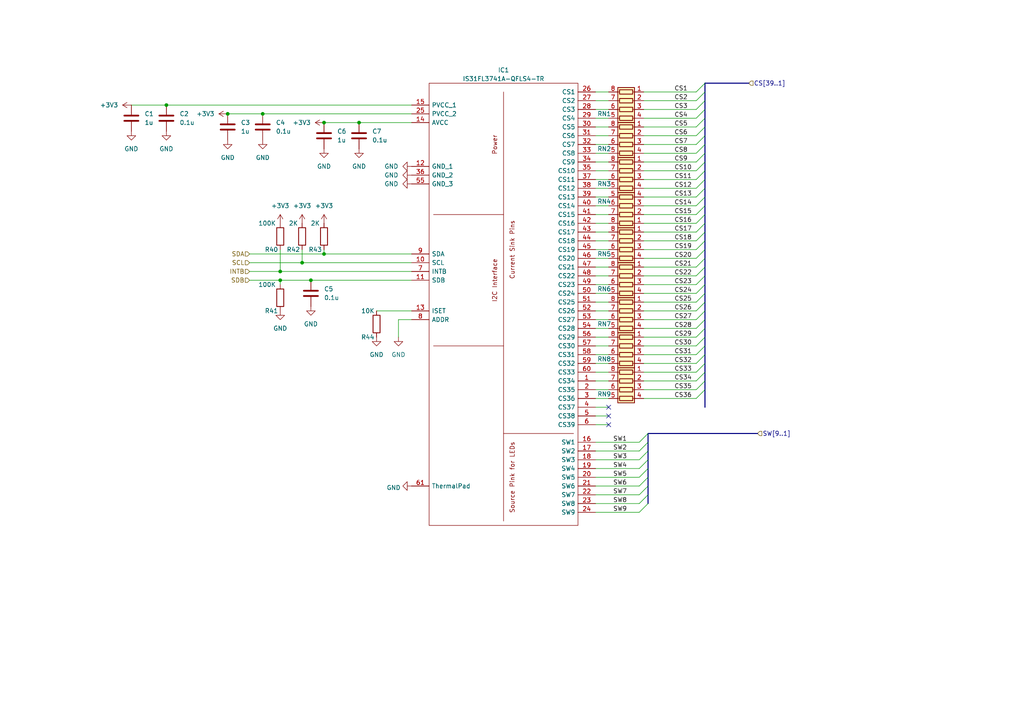
<source format=kicad_sch>
(kicad_sch (version 20211123) (generator eeschema)
  (paper "A4")
  (title_block (title "PMod RGB & Segment Display") (rev "v0.1") (company "James Horton") (comment 1 "interface, all LED's are designed to be indivdually addressable ") (comment 2 "This design is a 4 Digit Seven Segment Display made from RGB LED's, controlled using I2C") (comment 4 "Licensed Under CERN Open Hardware Licence Version 2 - Permissive"))
  (lib_symbols
    (symbol "Device:C" (pin_numbers hide) (pin_names (offset 0.254))
      (property "Reference" "C" (at 0.635 2.54 0))
      (property "Value" "C" (at 0.635 -2.54 0))
      (symbol "C_0_1"
        (polyline (pts (xy -2.032 -0.762) (xy 2.032 -0.762)) (stroke (width 0.508)))
        (polyline (pts (xy -2.032 0.762) (xy 2.032 0.762)) (stroke (width 0.508)))
      )
      (symbol "C_1_1"
        (pin passive line (at 0 3.81 270) (length 2.794) (name "~") (number "1"))
        (pin passive line (at 0 -3.81 90) (length 2.794) (name "~") (number "2"))
      )
    )
    (symbol "Device:R" (pin_numbers hide) (pin_names (offset 0))
      (property "Reference" "R" (at 2.032 0 90))
      (property "Value" "R" (at 0 0 90))
      (symbol "R_0_1"
        (rectangle (start -1.016 -2.54) (end 1.016 2.54) (stroke (width 0.254)))
      )
      (symbol "R_1_1"
        (pin passive line (at 0 3.81 270) (length 1.27) (name "~") (number "1"))
        (pin passive line (at 0 -3.81 90) (length 1.27) (name "~") (number "2"))
      )
    )
    (symbol "Device:R_Pack04" (pin_names (offset 0) hide)
      (property "Reference" "RN" (at -7.62 0 90))
      (property "Value" "R_Pack04" (at 5.08 0 90))
      (symbol "R_Pack04_0_1"
        (rectangle (start -6.35 -2.413) (end 3.81 2.413) (stroke (width 0.254)) (fill (type background)))
        (rectangle (start -5.715 1.905) (end -4.445 -1.905) (stroke (width 0.254)))
        (rectangle (start -3.175 1.905) (end -1.905 -1.905) (stroke (width 0.254)))
        (rectangle (start -0.635 1.905) (end 0.635 -1.905) (stroke (width 0.254)))
        (polyline (pts (xy -5.08 -2.54) (xy -5.08 -1.905)))
        (polyline (pts (xy -5.08 1.905) (xy -5.08 2.54)))
        (polyline (pts (xy -2.54 -2.54) (xy -2.54 -1.905)))
        (polyline (pts (xy -2.54 1.905) (xy -2.54 2.54)))
        (polyline (pts (xy 0 -2.54) (xy 0 -1.905)))
        (polyline (pts (xy 0 1.905) (xy 0 2.54)))
        (polyline (pts (xy 2.54 -2.54) (xy 2.54 -1.905)))
        (polyline (pts (xy 2.54 1.905) (xy 2.54 2.54)))
        (rectangle (start 1.905 1.905) (end 3.175 -1.905) (stroke (width 0.254)))
      )
      (symbol "R_Pack04_1_1"
        (pin passive line (at -5.08 -5.08 90) (length 2.54) (name "R1.1") (number "1"))
        (pin passive line (at -2.54 -5.08 90) (length 2.54) (name "R2.1") (number "2"))
        (pin passive line (at 0 -5.08 90) (length 2.54) (name "R3.1") (number "3"))
        (pin passive line (at 2.54 -5.08 90) (length 2.54) (name "R4.1") (number "4"))
        (pin passive line (at 2.54 5.08 270) (length 2.54) (name "R4.2") (number "5"))
        (pin passive line (at 0 5.08 270) (length 2.54) (name "R3.2") (number "6"))
        (pin passive line (at -2.54 5.08 270) (length 2.54) (name "R2.2") (number "7"))
        (pin passive line (at -5.08 5.08 270) (length 2.54) (name "R1.2") (number "8"))
      )
    )
    (symbol "jjh:IS31FL3741A-QFLS4-TR" (pin_names (offset 0.762))
      (property "Reference" "IC" (at 0 86.36 0))
      (property "Value" "IS31FL3741A-QFLS4-TR" (at 0 83.82 0))
      (symbol "IS31FL3741A-QFLS4-TR_0_0"
        (polyline (pts (xy -17.78 20.32) (xy 2.54 20.32)) (stroke (width 0.1524)))
        (polyline (pts (xy 2.54 -43.18) (xy 22.86 -43.18)) (stroke (width 0.1524)))
        (polyline (pts (xy 2.54 -17.78) (xy -17.78 -17.78)) (stroke (width 0.1524)))
        (polyline (pts (xy 2.54 55.88) (xy 2.54 -68.58)) (stroke (width 0.1524)))
        (text "Current Sink Pins" (at 5.08 10.16 900) (effects (font (size 1.27 1.27))))
        (text "I2C Interface" (at 0 1.27 900) (effects (font (size 1.27 1.27))))
        (text "Power" (at 0 40.64 900) (effects (font (size 1.27 1.27))))
        (text "Source Pink for LEDs" (at 5.08 -55.88 900) (effects (font (size 1.27 1.27))))
        (pin passive line (at 29.21 -27.94 180) (length 5.08) (name "CS34") (number "1"))
        (pin passive line (at -24.13 6.35 0) (length 5.08) (name "SCL") (number "10"))
        (pin passive line (at -24.13 1.27 0) (length 5.08) (name "SDB") (number "11"))
        (pin passive line (at -24.13 34.29 0) (length 5.08) (name "GND_1") (number "12"))
        (pin passive line (at -24.13 -7.62 0) (length 5.08) (name "ISET") (number "13"))
        (pin passive line (at -24.13 46.99 0) (length 5.08) (name "AVCC") (number "14"))
        (pin passive line (at -24.13 52.07 0) (length 5.08) (name "PVCC_1") (number "15"))
        (pin passive line (at 29.21 -45.72 180) (length 5.08) (name "SW1") (number "16"))
        (pin passive line (at 29.21 -48.26 180) (length 5.08) (name "SW2") (number "17"))
        (pin passive line (at 29.21 -50.8 180) (length 5.08) (name "SW3") (number "18"))
        (pin passive line (at 29.21 -53.34 180) (length 5.08) (name "SW4") (number "19"))
        (pin passive line (at 29.21 -30.48 180) (length 5.08) (name "CS35") (number "2"))
        (pin passive line (at 29.21 -55.88 180) (length 5.08) (name "SW5") (number "20"))
        (pin passive line (at 29.21 -58.42 180) (length 5.08) (name "SW6") (number "21"))
        (pin passive line (at 29.21 -60.96 180) (length 5.08) (name "SW7") (number "22"))
        (pin passive line (at 29.21 -63.5 180) (length 5.08) (name "SW8") (number "23"))
        (pin passive line (at 29.21 -66.04 180) (length 5.08) (name "SW9") (number "24"))
        (pin passive line (at -24.13 49.53 0) (length 5.08) (name "PVCC_2") (number "25"))
        (pin passive line (at 29.21 55.88 180) (length 5.08) (name "CS1") (number "26"))
        (pin passive line (at 29.21 53.34 180) (length 5.08) (name "CS2") (number "27"))
        (pin passive line (at 29.21 50.8 180) (length 5.08) (name "CS3") (number "28"))
        (pin passive line (at 29.21 48.26 180) (length 5.08) (name "CS4") (number "29"))
        (pin passive line (at 29.21 -33.02 180) (length 5.08) (name "CS36") (number "3"))
        (pin passive line (at 29.21 45.72 180) (length 5.08) (name "CS5") (number "30"))
        (pin passive line (at 29.21 43.18 180) (length 5.08) (name "CS6") (number "31"))
        (pin passive line (at 29.21 40.64 180) (length 5.08) (name "CS7") (number "32"))
        (pin passive line (at 29.21 38.1 180) (length 5.08) (name "CS8") (number "33"))
        (pin passive line (at 29.21 35.56 180) (length 5.08) (name "CS9") (number "34"))
        (pin passive line (at 29.21 33.02 180) (length 5.08) (name "CS10") (number "35"))
        (pin passive line (at -24.13 31.75 0) (length 5.08) (name "GND_2") (number "36"))
        (pin passive line (at 29.21 30.48 180) (length 5.08) (name "CS11") (number "37"))
        (pin passive line (at 29.21 27.94 180) (length 5.08) (name "CS12") (number "38"))
        (pin passive line (at 29.21 25.4 180) (length 5.08) (name "CS13") (number "39"))
        (pin passive line (at 29.21 -35.56 180) (length 5.08) (name "CS37") (number "4"))
        (pin passive line (at 29.21 22.86 180) (length 5.08) (name "CS14") (number "40"))
        (pin passive line (at 29.21 20.32 180) (length 5.08) (name "CS15") (number "41"))
        (pin passive line (at 29.21 17.78 180) (length 5.08) (name "CS16") (number "42"))
        (pin passive line (at 29.21 15.24 180) (length 5.08) (name "CS17") (number "43"))
        (pin passive line (at 29.21 12.7 180) (length 5.08) (name "CS18") (number "44"))
        (pin passive line (at 29.21 10.16 180) (length 5.08) (name "CS19") (number "45"))
        (pin passive line (at 29.21 7.62 180) (length 5.08) (name "CS20") (number "46"))
        (pin passive line (at 29.21 5.08 180) (length 5.08) (name "CS21") (number "47"))
        (pin passive line (at 29.21 2.54 180) (length 5.08) (name "CS22") (number "48"))
        (pin passive line (at 29.21 0 180) (length 5.08) (name "CS23") (number "49"))
        (pin passive line (at 29.21 -38.1 180) (length 5.08) (name "CS38") (number "5"))
        (pin passive line (at 29.21 -2.54 180) (length 5.08) (name "CS24") (number "50"))
        (pin passive line (at 29.21 -5.08 180) (length 5.08) (name "CS25") (number "51"))
        (pin passive line (at 29.21 -7.62 180) (length 5.08) (name "CS26") (number "52"))
        (pin passive line (at 29.21 -10.16 180) (length 5.08) (name "CS27") (number "53"))
        (pin passive line (at 29.21 -12.7 180) (length 5.08) (name "CS28") (number "54"))
        (pin passive line (at -24.13 29.21 0) (length 5.08) (name "GND_3") (number "55"))
        (pin passive line (at 29.21 -15.24 180) (length 5.08) (name "CS29") (number "56"))
        (pin passive line (at 29.21 -17.78 180) (length 5.08) (name "CS30") (number "57"))
        (pin passive line (at 29.21 -20.32 180) (length 5.08) (name "CS31") (number "58"))
        (pin passive line (at 29.21 -22.86 180) (length 5.08) (name "CS32") (number "59"))
        (pin passive line (at 29.21 -40.64 180) (length 5.08) (name "CS39") (number "6"))
        (pin passive line (at 29.21 -25.4 180) (length 5.08) (name "CS33") (number "60"))
        (pin passive line (at -24.13 -58.42 0) (length 5.08) (name "ThermalPad") (number "61"))
        (pin passive line (at -24.13 3.81 0) (length 5.08) (name "INTB") (number "7"))
        (pin passive line (at -24.13 -10.16 0) (length 5.08) (name "ADDR") (number "8"))
        (pin passive line (at -24.13 8.89 0) (length 5.08) (name "SDA") (number "9"))
      )
      (symbol "IS31FL3741A-QFLS4-TR_0_1"
        (polyline (pts (xy -19.05 58.42) (xy 24.13 58.42) (xy 24.13 -69.85) (xy -19.05 -69.85) (xy -19.05 58.42)) (stroke (width 0.1524)))
      )
    )
    (symbol "power:+3V3" (power) (pin_names (offset 0))
      (property "Value" "+3V3" (at 0 3.556 0))
      (symbol "+3V3_0_1"
        (polyline (pts (xy -0.762 1.27) (xy 0 2.54)))
        (polyline (pts (xy 0 0) (xy 0 2.54)))
        (polyline (pts (xy 0 2.54) (xy 0.762 1.27)))
      )
      (symbol "+3V3_1_1"
        (pin power_in line (at 0 0 90) (length 0) hide (name "+3V3") (number "1"))
      )
    )
    (symbol "power:GND" (power) (pin_names (offset 0))
      (property "Value" "GND" (at 0 -3.81 0))
      (symbol "GND_0_1"
        (polyline (pts (xy 0 0) (xy 0 -1.27) (xy 1.27 -1.27) (xy 0 -2.54) (xy -1.27 -1.27) (xy 0 -1.27)))
      )
      (symbol "GND_1_1"
        (pin power_in line (at 0 0 270) (length 0) hide (name "GND") (number "1"))
      )
    )
  )
  (junction (at 48.26 30.48))
  (junction (at 87.63 76.2))
  (junction (at 81.28 81.28))
  (junction (at 93.98 35.56))
  (junction (at 66.04 33.02))
  (junction (at 104.14 35.56))
  (junction (at 76.2 33.02))
  (junction (at 90.17 81.28))
  (junction (at 81.28 78.74))
  (junction (at 93.98 73.66))
  (no_connect (at 176.53 123.19))
  (no_connect (at 176.53 118.11))
  (no_connect (at 176.53 120.65))
  (bus_entry (at 201.93 100.33) (size 2.54 -2.54))
  (bus_entry (at 201.93 59.69) (size 2.54 -2.54))
  (bus_entry (at 201.93 92.71) (size 2.54 -2.54))
  (bus_entry (at 201.93 49.53) (size 2.54 -2.54))
  (bus_entry (at 201.93 36.83) (size 2.54 -2.54))
  (bus_entry (at 201.93 107.95) (size 2.54 -2.54))
  (bus_entry (at 201.93 77.47) (size 2.54 -2.54))
  (bus_entry (at 201.93 31.75) (size 2.54 -2.54))
  (bus_entry (at 201.93 105.41) (size 2.54 -2.54))
  (bus_entry (at 201.93 80.01) (size 2.54 -2.54))
  (bus_entry (at 201.93 67.31) (size 2.54 -2.54))
  (bus_entry (at 201.93 57.15) (size 2.54 -2.54))
  (bus_entry (at 185.42 143.51) (size 2.54 -2.54))
  (bus_entry (at 185.42 146.05) (size 2.54 -2.54))
  (bus_entry (at 185.42 148.59) (size 2.54 -2.54))
  (bus_entry (at 185.42 138.43) (size 2.54 -2.54))
  (bus_entry (at 185.42 140.97) (size 2.54 -2.54))
  (bus_entry (at 185.42 130.81) (size 2.54 -2.54))
  (bus_entry (at 185.42 128.27) (size 2.54 -2.54))
  (bus_entry (at 185.42 135.89) (size 2.54 -2.54))
  (bus_entry (at 185.42 133.35) (size 2.54 -2.54))
  (bus_entry (at 201.93 74.93) (size 2.54 -2.54))
  (bus_entry (at 201.93 90.17) (size 2.54 -2.54))
  (bus_entry (at 201.93 102.87) (size 2.54 -2.54))
  (bus_entry (at 201.93 110.49) (size 2.54 -2.54))
  (bus_entry (at 201.93 69.85) (size 2.54 -2.54))
  (bus_entry (at 201.93 97.79) (size 2.54 -2.54))
  (bus_entry (at 201.93 39.37) (size 2.54 -2.54))
  (bus_entry (at 201.93 29.21) (size 2.54 -2.54))
  (bus_entry (at 201.93 113.03) (size 2.54 -2.54))
  (bus_entry (at 201.93 46.99) (size 2.54 -2.54))
  (bus_entry (at 201.93 41.91) (size 2.54 -2.54))
  (bus_entry (at 201.93 72.39) (size 2.54 -2.54))
  (bus_entry (at 201.93 34.29) (size 2.54 -2.54))
  (bus_entry (at 201.93 82.55) (size 2.54 -2.54))
  (bus_entry (at 201.93 54.61) (size 2.54 -2.54))
  (bus_entry (at 201.93 85.09) (size 2.54 -2.54))
  (bus_entry (at 204.47 24.13) (size -2.54 2.54))
  (bus_entry (at 201.93 44.45) (size 2.54 -2.54))
  (bus_entry (at 201.93 95.25) (size 2.54 -2.54))
  (bus_entry (at 201.93 87.63) (size 2.54 -2.54))
  (bus_entry (at 201.93 115.57) (size 2.54 -2.54))
  (bus_entry (at 201.93 64.77) (size 2.54 -2.54))
  (bus_entry (at 201.93 52.07) (size 2.54 -2.54))
  (bus_entry (at 201.93 62.23) (size 2.54 -2.54))
  (bus (pts (xy 204.47 67.31) (xy 204.47 64.77)))
  (wire (pts (xy 172.72 85.09) (xy 176.53 85.09)))
  (wire (pts (xy 186.69 107.95) (xy 201.93 107.95)))
  (bus (pts (xy 187.96 140.97) (xy 187.96 138.43)))
  (bus (pts (xy 204.47 95.25) (xy 204.47 92.71)))
  (wire (pts (xy 93.98 72.39) (xy 93.98 73.66)))
  (wire (pts (xy 81.28 81.28) (xy 90.17 81.28)))
  (bus (pts (xy 204.47 107.95) (xy 204.47 105.41)))
  (wire (pts (xy 93.98 35.56) (xy 104.14 35.56)))
  (wire (pts (xy 186.69 39.37) (xy 201.93 39.37)))
  (bus (pts (xy 187.96 125.73) (xy 219.71 125.73)))
  (bus (pts (xy 204.47 29.21) (xy 204.47 26.67)))
  (bus (pts (xy 204.47 90.17) (xy 204.47 87.63)))
  (bus (pts (xy 204.47 85.09) (xy 204.47 82.55)))
  (wire (pts (xy 172.72 59.69) (xy 176.53 59.69)))
  (wire (pts (xy 104.14 35.56) (xy 119.38 35.56)))
  (wire (pts (xy 172.72 36.83) (xy 176.53 36.83)))
  (wire (pts (xy 115.57 92.71) (xy 115.57 97.79)))
  (bus (pts (xy 204.47 39.37) (xy 204.47 36.83)))
  (wire (pts (xy 172.72 54.61) (xy 176.53 54.61)))
  (wire (pts (xy 172.72 100.33) (xy 176.53 100.33)))
  (wire (pts (xy 109.22 90.17) (xy 119.38 90.17)))
  (bus (pts (xy 187.96 130.81) (xy 187.96 128.27)))
  (wire (pts (xy 186.69 110.49) (xy 201.93 110.49)))
  (bus (pts (xy 204.47 72.39) (xy 204.47 69.85)))
  (wire (pts (xy 172.72 34.29) (xy 176.53 34.29)))
  (bus (pts (xy 204.47 74.93) (xy 204.47 72.39)))
  (wire (pts (xy 172.72 82.55) (xy 176.53 82.55)))
  (wire (pts (xy 186.69 44.45) (xy 201.93 44.45)))
  (wire (pts (xy 93.98 73.66) (xy 119.38 73.66)))
  (bus (pts (xy 204.47 97.79) (xy 204.47 100.33)))
  (bus (pts (xy 204.47 102.87) (xy 204.47 100.33)))
  (wire (pts (xy 186.69 82.55) (xy 201.93 82.55)))
  (bus (pts (xy 187.96 133.35) (xy 187.96 130.81)))
  (wire (pts (xy 186.69 90.17) (xy 201.93 90.17)))
  (wire (pts (xy 186.69 105.41) (xy 201.93 105.41)))
  (bus (pts (xy 204.47 46.99) (xy 204.47 44.45)))
  (wire (pts (xy 172.72 69.85) (xy 176.53 69.85)))
  (wire (pts (xy 186.69 64.77) (xy 201.93 64.77)))
  (wire (pts (xy 172.72 120.65) (xy 176.53 120.65)))
  (wire (pts (xy 172.72 80.01) (xy 176.53 80.01)))
  (wire (pts (xy 72.39 73.66) (xy 93.98 73.66)))
  (wire (pts (xy 172.72 26.67) (xy 176.53 26.67)))
  (wire (pts (xy 76.2 33.02) (xy 119.38 33.02)))
  (wire (pts (xy 172.72 148.59) (xy 185.42 148.59)))
  (bus (pts (xy 204.47 113.03) (xy 204.47 110.49)))
  (wire (pts (xy 172.72 128.27) (xy 185.42 128.27)))
  (wire (pts (xy 186.69 74.93) (xy 201.93 74.93)))
  (wire (pts (xy 186.69 49.53) (xy 201.93 49.53)))
  (wire (pts (xy 172.72 123.19) (xy 176.53 123.19)))
  (wire (pts (xy 186.69 87.63) (xy 201.93 87.63)))
  (bus (pts (xy 204.47 44.45) (xy 204.47 41.91)))
  (wire (pts (xy 172.72 39.37) (xy 176.53 39.37)))
  (bus (pts (xy 204.47 24.13) (xy 217.17 24.13)))
  (bus (pts (xy 204.47 105.41) (xy 204.47 102.87)))
  (wire (pts (xy 172.72 29.21) (xy 176.53 29.21)))
  (wire (pts (xy 66.04 33.02) (xy 76.2 33.02)))
  (bus (pts (xy 204.47 29.21) (xy 204.47 31.75)))
  (wire (pts (xy 186.69 67.31) (xy 201.93 67.31)))
  (wire (pts (xy 172.72 138.43) (xy 185.42 138.43)))
  (wire (pts (xy 186.69 59.69) (xy 201.93 59.69)))
  (bus (pts (xy 204.47 62.23) (xy 204.47 59.69)))
  (bus (pts (xy 204.47 97.79) (xy 204.47 95.25)))
  (wire (pts (xy 172.72 72.39) (xy 176.53 72.39)))
  (wire (pts (xy 87.63 72.39) (xy 87.63 76.2)))
  (wire (pts (xy 172.72 130.81) (xy 185.42 130.81)))
  (bus (pts (xy 204.47 52.07) (xy 204.47 49.53)))
  (wire (pts (xy 81.28 72.39) (xy 81.28 78.74)))
  (wire (pts (xy 186.69 100.33) (xy 201.93 100.33)))
  (wire (pts (xy 186.69 46.99) (xy 201.93 46.99)))
  (wire (pts (xy 172.72 102.87) (xy 176.53 102.87)))
  (bus (pts (xy 204.47 92.71) (xy 204.47 90.17)))
  (wire (pts (xy 186.69 29.21) (xy 201.93 29.21)))
  (wire (pts (xy 81.28 81.28) (xy 81.28 82.55)))
  (wire (pts (xy 172.72 115.57) (xy 176.53 115.57)))
  (wire (pts (xy 72.39 76.2) (xy 87.63 76.2)))
  (wire (pts (xy 172.72 97.79) (xy 176.53 97.79)))
  (bus (pts (xy 204.47 49.53) (xy 204.47 46.99)))
  (wire (pts (xy 172.72 90.17) (xy 176.53 90.17)))
  (wire (pts (xy 172.72 140.97) (xy 185.42 140.97)))
  (wire (pts (xy 72.39 78.74) (xy 81.28 78.74)))
  (bus (pts (xy 204.47 41.91) (xy 204.47 39.37)))
  (wire (pts (xy 186.69 62.23) (xy 201.93 62.23)))
  (wire (pts (xy 172.72 74.93) (xy 176.53 74.93)))
  (wire (pts (xy 186.69 85.09) (xy 201.93 85.09)))
  (bus (pts (xy 187.96 135.89) (xy 187.96 133.35)))
  (bus (pts (xy 204.47 36.83) (xy 204.47 34.29)))
  (wire (pts (xy 172.72 41.91) (xy 176.53 41.91)))
  (bus (pts (xy 204.47 87.63) (xy 204.47 85.09)))
  (wire (pts (xy 186.69 72.39) (xy 201.93 72.39)))
  (bus (pts (xy 187.96 128.27) (xy 187.96 125.73)))
  (wire (pts (xy 172.72 135.89) (xy 185.42 135.89)))
  (bus (pts (xy 204.47 69.85) (xy 204.47 67.31)))
  (bus (pts (xy 204.47 64.77) (xy 204.47 62.23)))
  (bus (pts (xy 187.96 143.51) (xy 187.96 140.97)))
  (wire (pts (xy 87.63 76.2) (xy 119.38 76.2)))
  (wire (pts (xy 186.69 97.79) (xy 201.93 97.79)))
  (wire (pts (xy 172.72 52.07) (xy 176.53 52.07)))
  (wire (pts (xy 172.72 87.63) (xy 176.53 87.63)))
  (wire (pts (xy 172.72 118.11) (xy 176.53 118.11)))
  (bus (pts (xy 187.96 138.43) (xy 187.96 135.89)))
  (wire (pts (xy 172.72 146.05) (xy 185.42 146.05)))
  (wire (pts (xy 172.72 44.45) (xy 176.53 44.45)))
  (wire (pts (xy 172.72 92.71) (xy 176.53 92.71)))
  (wire (pts (xy 172.72 46.99) (xy 176.53 46.99)))
  (wire (pts (xy 186.69 52.07) (xy 201.93 52.07)))
  (bus (pts (xy 204.47 110.49) (xy 204.47 107.95)))
  (wire (pts (xy 172.72 49.53) (xy 176.53 49.53)))
  (bus (pts (xy 204.47 80.01) (xy 204.47 77.47)))
  (wire (pts (xy 172.72 133.35) (xy 185.42 133.35)))
  (wire (pts (xy 186.69 31.75) (xy 201.93 31.75)))
  (wire (pts (xy 186.69 34.29) (xy 201.93 34.29)))
  (wire (pts (xy 172.72 143.51) (xy 185.42 143.51)))
  (wire (pts (xy 186.69 80.01) (xy 201.93 80.01)))
  (wire (pts (xy 172.72 64.77) (xy 176.53 64.77)))
  (wire (pts (xy 186.69 92.71) (xy 201.93 92.71)))
  (wire (pts (xy 48.26 30.48) (xy 119.38 30.48)))
  (wire (pts (xy 172.72 95.25) (xy 176.53 95.25)))
  (wire (pts (xy 90.17 81.28) (xy 119.38 81.28)))
  (wire (pts (xy 186.69 113.03) (xy 201.93 113.03)))
  (bus (pts (xy 204.47 26.67) (xy 204.47 24.13)))
  (wire (pts (xy 81.28 78.74) (xy 119.38 78.74)))
  (bus (pts (xy 187.96 146.05) (xy 187.96 143.51)))
  (wire (pts (xy 172.72 31.75) (xy 176.53 31.75)))
  (wire (pts (xy 186.69 77.47) (xy 201.93 77.47)))
  (wire (pts (xy 172.72 107.95) (xy 176.53 107.95)))
  (wire (pts (xy 172.72 105.41) (xy 176.53 105.41)))
  (bus (pts (xy 204.47 113.03) (xy 204.47 118.11)))
  (wire (pts (xy 186.69 95.25) (xy 201.93 95.25)))
  (wire (pts (xy 186.69 57.15) (xy 201.93 57.15)))
  (bus (pts (xy 204.47 59.69) (xy 204.47 57.15)))
  (wire (pts (xy 186.69 115.57) (xy 201.93 115.57)))
  (bus (pts (xy 204.47 74.93) (xy 204.47 77.47)))
  (wire (pts (xy 38.1 30.48) (xy 48.26 30.48)))
  (bus (pts (xy 204.47 34.29) (xy 204.47 31.75)))
  (bus (pts (xy 204.47 57.15) (xy 204.47 54.61)))
  (wire (pts (xy 119.38 92.71) (xy 115.57 92.71)))
  (wire (pts (xy 186.69 36.83) (xy 201.93 36.83)))
  (wire (pts (xy 186.69 54.61) (xy 201.93 54.61)))
  (wire (pts (xy 72.39 81.28) (xy 81.28 81.28)))
  (wire (pts (xy 172.72 110.49) (xy 176.53 110.49)))
  (wire (pts (xy 172.72 57.15) (xy 176.53 57.15)))
  (wire (pts (xy 186.69 26.67) (xy 201.93 26.67)))
  (wire (pts (xy 172.72 62.23) (xy 176.53 62.23)))
  (wire (pts (xy 186.69 102.87) (xy 201.93 102.87)))
  (wire (pts (xy 172.72 77.47) (xy 176.53 77.47)))
  (wire (pts (xy 186.69 69.85) (xy 201.93 69.85)))
  (bus (pts (xy 204.47 82.55) (xy 204.47 80.01)))
  (wire (pts (xy 172.72 113.03) (xy 176.53 113.03)))
  (wire (pts (xy 172.72 67.31) (xy 176.53 67.31)))
  (bus (pts (xy 204.47 52.07) (xy 204.47 54.61)))
  (wire (pts (xy 186.69 41.91) (xy 201.93 41.91)))
  (label "CS22" (at 195.58 80.01 0))
  (label "CS11" (at 195.58 52.07 0))
  (label "CS8" (at 195.58 44.45 0))
  (label "CS27" (at 195.58 92.71 0))
  (label "CS29" (at 195.58 97.79 0))
  (label "SW6" (at 177.8 140.97 0))
  (label "CS36" (at 195.58 115.57 0))
  (label "CS35" (at 195.58 113.03 0))
  (label "CS26" (at 195.58 90.17 0))
  (label "CS13" (at 195.58 57.15 0))
  (label "CS21" (at 195.58 77.47 0))
  (label "SW3" (at 177.8 133.35 0))
  (label "CS7" (at 195.58 41.91 0))
  (label "CS4" (at 195.58 34.29 0))
  (label "CS31" (at 195.58 102.87 0))
  (label "CS6" (at 195.58 39.37 0))
  (label "SW4" (at 177.8 135.89 0))
  (label "CS33" (at 195.58 107.95 0))
  (label "CS3" (at 195.58 31.75 0))
  (label "SW9" (at 177.8 148.59 0))
  (label "CS10" (at 195.58 49.53 0))
  (label "CS23" (at 195.58 82.55 0))
  (label "CS18" (at 195.58 69.85 0))
  (label "CS19" (at 195.58 72.39 0))
  (label "CS34" (at 195.58 110.49 0))
  (label "CS5" (at 195.58 36.83 0))
  (label "CS2" (at 195.58 29.21 0))
  (label "CS9" (at 195.58 46.99 0))
  (label "SW5" (at 177.8 138.43 0))
  (label "CS28" (at 195.58 95.25 0))
  (label "CS16" (at 195.58 64.77 0))
  (label "CS17" (at 195.58 67.31 0))
  (label "SW8" (at 177.8 146.05 0))
  (label "CS25" (at 195.58 87.63 0))
  (label "CS12" (at 195.58 54.61 0))
  (label "CS24" (at 195.58 85.09 0))
  (label "SW2" (at 177.8 130.81 0))
  (label "CS20" (at 195.58 74.93 0))
  (label "CS14" (at 195.58 59.69 0))
  (label "CS30" (at 195.58 100.33 0))
  (label "SW7" (at 177.8 143.51 0))
  (label "CS32" (at 195.58 105.41 0))
  (label "SW1" (at 177.8 128.27 0))
  (label "CS1" (at 195.58 26.67 0))
  (label "CS15" (at 195.58 62.23 0))
  (hierarchical_label "INTB" (shape input) (at 72.39 78.74 180))
  (hierarchical_label "CS[39..1]" (shape input) (at 217.17 24.13 0))
  (hierarchical_label "SCL" (shape input) (at 72.39 76.2 180))
  (hierarchical_label "SDB" (shape input) (at 72.39 81.28 180))
  (hierarchical_label "SW[9..1]" (shape input) (at 219.71 125.73 0))
  (hierarchical_label "SDA" (shape input) (at 72.39 73.66 180))
  (symbol (lib_id "power:+3V3") (at 81.28 64.77 0) (unit 1)
    (property "Reference" "#PWR0112" (effects hide))
    (property "Value" "+3V3" (at 81.28 59.69 0))
  )
  (symbol (lib_id "power:GND") (at 119.38 140.97 270) (unit 1)
    (property "Reference" "#PWR0105" (effects hide))
    (property "Value" "GND" (at 116.2051 141.449 90) (effects (justify right)))
  )
  (symbol (lib_id "power:GND") (at 66.04 40.64 0) (unit 1)
    (property "Reference" "#PWR0118" (effects hide))
    (property "Value" "GND" (at 66.04 45.72 0))
  )
  (symbol (lib_id "Device:R") (at 109.22 93.98 180) (unit 1)
    (property "Reference" "R44" (at 106.68 97.79 0))
    (property "Value" "10K" (at 106.68 90.17 0))
    (property "Footprint" "Resistor_SMD:R_0603_1608Metric" (effects hide))
  )
  (symbol (lib_id "power:GND") (at 93.98 43.18 0) (unit 1)
    (property "Reference" "#PWR0121" (effects hide))
    (property "Value" "GND" (at 93.98 48.26 0))
  )
  (symbol (lib_id "power:GND") (at 119.38 48.26 270) (unit 1)
    (property "Reference" "#PWR0122" (effects hide))
    (property "Value" "GND" (at 115.57 48.2599 90) (effects (justify right)))
  )
  (symbol (lib_id "Device:C") (at 76.2 36.83 0) (unit 1)
    (property "Reference" "C4" (at 80.01 35.5599 0) (effects (justify left)))
    (property "Value" "0.1u" (at 80.01 38.0999 0) (effects (justify left)))
    (property "Footprint" "Capacitor_SMD:C_0603_1608Metric" (effects hide))
  )
  (symbol (lib_id "Device:C") (at 104.14 39.37 0) (unit 1)
    (property "Reference" "C7" (at 107.95 38.0999 0) (effects (justify left)))
    (property "Value" "0.1u" (at 107.95 40.6399 0) (effects (justify left)))
    (property "Footprint" "Capacitor_SMD:C_0603_1608Metric" (effects hide))
  )
  (symbol (lib_id "power:+3V3") (at 93.98 35.56 90) (unit 1)
    (property "Reference" "#PWR0114" (effects hide))
    (property "Value" "+3V3" (at 90.17 35.5599 90) (effects (justify left)))
  )
  (symbol (lib_id "Device:R_Pack04") (at 181.61 41.91 90) (mirror x) (unit 1)
    (property "Reference" "RN2" (at 175.26 43.18 90))
    (property "Value" "EXB38V472JV" (effects hide))
    (property "Footprint" "jjh:EXB38V472JV" (effects hide))
  )
  (symbol (lib_id "power:+3V3") (at 87.63 64.77 0) (unit 1)
    (property "Reference" "#PWR0110" (effects hide))
    (property "Value" "+3V3" (at 87.63 59.69 0))
  )
  (symbol (lib_id "power:+3V3") (at 93.98 64.77 0) (unit 1)
    (property "Reference" "#PWR0111" (effects hide))
    (property "Value" "+3V3" (at 93.98 59.69 0))
  )
  (symbol (lib_id "Device:R_Pack04") (at 181.61 52.07 90) (mirror x) (unit 1)
    (property "Reference" "RN3" (at 175.26 53.34 90))
    (property "Value" "EXB38V472JV" (effects hide))
    (property "Footprint" "jjh:EXB38V472JV" (effects hide))
  )
  (symbol (lib_id "Device:R_Pack04") (at 181.61 102.87 90) (mirror x) (unit 1)
    (property "Reference" "RN8" (at 175.26 104.14 90))
    (property "Value" "EXB38V472JV" (effects hide))
    (property "Footprint" "jjh:EXB38V472JV" (effects hide))
  )
  (symbol (lib_id "Device:R") (at 87.63 68.58 180) (unit 1)
    (property "Reference" "R42" (at 85.09 72.39 0))
    (property "Value" "2K" (at 85.09 64.77 0))
    (property "Footprint" "Resistor_SMD:R_0603_1608Metric" (effects hide))
  )
  (symbol (lib_id "power:GND") (at 109.22 97.79 0) (unit 1)
    (property "Reference" "#PWR0109" (effects hide))
    (property "Value" "GND" (at 109.22 102.87 0))
  )
  (symbol (lib_id "power:GND") (at 48.26 38.1 0) (unit 1)
    (property "Reference" "#PWR0115" (effects hide))
    (property "Value" "GND" (at 48.26 43.18 0))
  )
  (symbol (lib_id "power:GND") (at 90.17 88.9 0) (unit 1)
    (property "Reference" "#PWR0107" (effects hide))
    (property "Value" "GND" (at 90.17 93.98 0))
  )
  (symbol (lib_id "jjh:IS31FL3741A-QFLS4-TR") (at 143.51 82.55 0) (unit 1)
    (property "Reference" "IC1" (at 146.05 20.32 0))
    (property "Value" "IS31FL3741A-QFLS4-TR" (at 146.05 22.86 0))
    (property "Footprint" "jjh:QFN40P700X700X80-61N-D" (effects hide))
    (property "Description" "IC 399 MATRIX LED DRIVER, 60QFN" (effects hide))
    (property "Height" "0.8" (effects hide))
    (property "Mouser Part Number" "870-IS31FL3741AQFLS4" (effects hide))
    (property "Mouser Price/Stock" "https://www.mouser.co.uk/ProductDetail/Lumissil/IS31FL3741A-QFLS4-TR/?qs=vHuUswq2%252BswTP7dMFLQAvQ%3D%3D" (effects hide))
    (property "Manufacturer_Name" "Lumissil" (effects hide))
    (property "Manufacturer_Part_Number" "IS31FL3741A-QFLS4-TR" (effects hide))
  )
  (symbol (lib_id "power:+3V3") (at 38.1 30.48 90) (unit 1)
    (property "Reference" "#PWR0117" (effects hide))
    (property "Value" "+3V3" (at 34.29 30.4799 90) (effects (justify left)))
  )
  (symbol (lib_id "Device:R") (at 81.28 86.36 180) (unit 1)
    (property "Reference" "R41" (at 78.74 90.17 0))
    (property "Value" "100K" (at 77.47 82.55 0))
    (property "Footprint" "Resistor_SMD:R_0603_1608Metric" (effects hide))
  )
  (symbol (lib_id "power:+3V3") (at 66.04 33.02 90) (unit 1)
    (property "Reference" "#PWR0113" (effects hide))
    (property "Value" "+3V3" (at 62.23 33.0199 90) (effects (justify left)))
  )
  (symbol (lib_id "power:GND") (at 76.2 40.64 0) (unit 1)
    (property "Reference" "#PWR0119" (effects hide))
    (property "Value" "GND" (at 76.2 45.72 0))
  )
  (symbol (lib_id "Device:C") (at 93.98 39.37 0) (unit 1)
    (property "Reference" "C6" (at 97.79 38.0999 0) (effects (justify left)))
    (property "Value" "1u" (at 97.79 40.6399 0) (effects (justify left)))
    (property "Footprint" "Capacitor_SMD:C_0603_1608Metric" (effects hide))
  )
  (symbol (lib_id "Device:C") (at 66.04 36.83 0) (unit 1)
    (property "Reference" "C3" (at 69.85 35.5599 0) (effects (justify left)))
    (property "Value" "1u" (at 69.85 38.0999 0) (effects (justify left)))
    (property "Footprint" "Capacitor_SMD:C_0603_1608Metric" (effects hide))
  )
  (symbol (lib_id "power:GND") (at 38.1 38.1 0) (unit 1)
    (property "Reference" "#PWR0116" (effects hide))
    (property "Value" "GND" (at 38.1 43.18 0))
  )
  (symbol (lib_id "power:GND") (at 115.57 97.79 0) (unit 1)
    (property "Reference" "#PWR0108" (effects hide))
    (property "Value" "GND" (at 115.57 102.87 0))
  )
  (symbol (lib_id "Device:R_Pack04") (at 181.61 31.75 90) (mirror x) (unit 1)
    (property "Reference" "RN1" (at 175.26 33.02 90))
    (property "Value" "EXB38V472JV" (effects hide))
    (property "Footprint" "jjh:EXB38V472JV" (effects hide))
  )
  (symbol (lib_id "power:GND") (at 81.28 90.17 0) (unit 1)
    (property "Reference" "#PWR0106" (effects hide))
    (property "Value" "GND" (at 81.28 95.25 0))
  )
  (symbol (lib_id "Device:R_Pack04") (at 181.61 113.03 90) (mirror x) (unit 1)
    (property "Reference" "RN9" (at 175.26 114.3 90))
    (property "Value" "EXB38V472JV" (effects hide))
    (property "Footprint" "jjh:EXB38V472JV" (effects hide))
  )
  (symbol (lib_id "Device:R_Pack04") (at 181.61 72.39 90) (mirror x) (unit 1)
    (property "Reference" "RN5" (at 175.26 73.66 90))
    (property "Value" "EXB38V472JV" (effects hide))
    (property "Footprint" "jjh:EXB38V472JV" (effects hide))
  )
  (symbol (lib_id "Device:C") (at 48.26 34.29 0) (unit 1)
    (property "Reference" "C2" (at 52.07 33.0199 0) (effects (justify left)))
    (property "Value" "0.1u" (at 52.07 35.5599 0) (effects (justify left)))
    (property "Footprint" "Capacitor_SMD:C_0603_1608Metric" (effects hide))
  )
  (symbol (lib_id "power:GND") (at 104.14 43.18 0) (unit 1)
    (property "Reference" "#PWR0120" (effects hide))
    (property "Value" "GND" (at 104.14 48.26 0))
  )
  (symbol (lib_id "power:GND") (at 119.38 53.34 270) (unit 1)
    (property "Reference" "#PWR0124" (effects hide))
    (property "Value" "GND" (at 115.57 53.3399 90) (effects (justify right)))
  )
  (symbol (lib_id "Device:R_Pack04") (at 181.61 92.71 90) (mirror x) (unit 1)
    (property "Reference" "RN7" (at 175.26 93.98 90))
    (property "Value" "EXB38V472JV" (effects hide))
    (property "Footprint" "jjh:EXB38V472JV" (effects hide))
  )
  (symbol (lib_id "Device:R") (at 93.98 68.58 180) (unit 1)
    (property "Reference" "R43" (at 91.44 72.39 0))
    (property "Value" "2K" (at 91.44 64.77 0))
    (property "Footprint" "Resistor_SMD:R_0603_1608Metric" (effects hide))
  )
  (symbol (lib_id "Device:R_Pack04") (at 181.61 59.69 90) (unit 1)
    (property "Reference" "RN4" (at 175.26 58.42 90))
    (property "Value" "EXB38V472JV" (effects hide))
    (property "Footprint" "jjh:EXB38V472JV" (effects hide))
  )
  (symbol (lib_id "power:GND") (at 119.38 50.8 270) (unit 1)
    (property "Reference" "#PWR0123" (effects hide))
    (property "Value" "GND" (at 115.57 50.7999 90) (effects (justify right)))
  )
  (symbol (lib_id "Device:C") (at 38.1 34.29 0) (unit 1)
    (property "Reference" "C1" (at 41.91 33.0199 0) (effects (justify left)))
    (property "Value" "1u" (at 41.91 35.5599 0) (effects (justify left)))
    (property "Footprint" "Capacitor_SMD:C_0603_1608Metric" (effects hide))
  )
  (symbol (lib_id "Device:R") (at 81.28 68.58 180) (unit 1)
    (property "Reference" "R40" (at 78.74 72.39 0))
    (property "Value" "100K" (at 77.47 64.77 0))
    (property "Footprint" "Resistor_SMD:R_0603_1608Metric" (effects hide))
  )
  (symbol (lib_id "Device:C") (at 90.17 85.09 0) (unit 1)
    (property "Reference" "C5" (at 93.98 83.8199 0) (effects (justify left)))
    (property "Value" "0.1u" (at 93.98 86.3599 0) (effects (justify left)))
    (property "Footprint" "Capacitor_SMD:C_0603_1608Metric" (effects hide))
  )
  (symbol (lib_id "Device:R_Pack04") (at 181.61 82.55 90) (mirror x) (unit 1)
    (property "Reference" "RN6" (at 175.26 83.82 90))
    (property "Value" "EXB38V472JV" (effects hide))
    (property "Footprint" "jjh:EXB38V472JV" (effects hide))
  )
)
</source>
